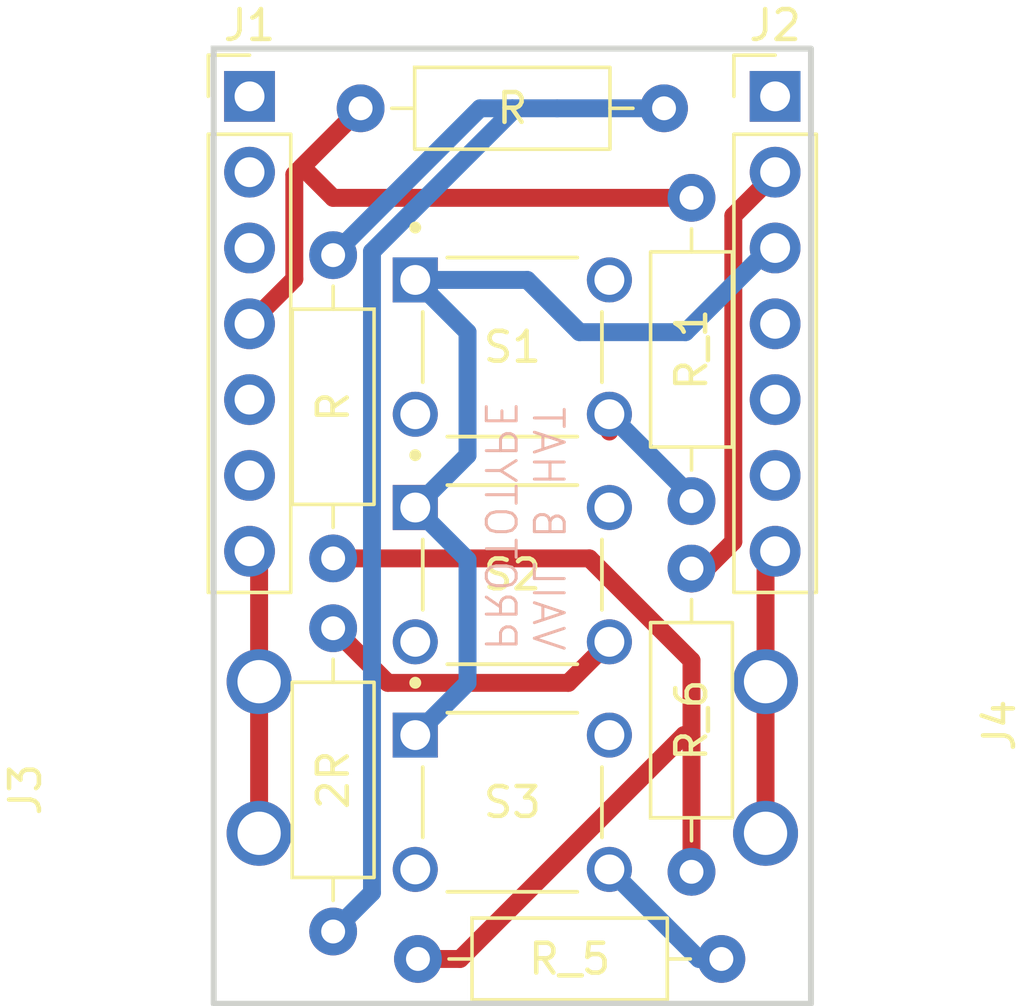
<source format=kicad_pcb>
(kicad_pcb (version 20241229) (generator "pcbnew") (generator_version "9.0")
  (layers (0 "F.Cu" signal) (2 "B.Cu" signal) (13 "F.Paste" user) (15 "B.Paste" user) (5 "F.SilkS" user "F.Silkscreen") (7 "B.SilkS" user "B.Silkscreen") (1 "F.Mask" user) (3 "B.Mask" user) (25 "Edge.Cuts" user))
  (net 0 "")
  (net 2 "Net-(J1-Pin_4)")
  (net 4 "unconnected-(J1-Pin_5-Pad5)")
  (net 5 "Net-(J1-Pin_7)")
  (net 11 "Net-(J2-Pin_3)")
  (net 12 "Net-(J2-Pin_2)")
  (net 14 "Net-(J2-Pin_7)")
  (net 21 "Net-(R_1-Pad2)")
  (net 22 "Net-(R_2-Pad2)")
  (net 23 "Net-(R_3-Pad2)")
  (net 24 "Net-(R_4-Pad2)")
  (net 25 "Net-(R_5-Pad2)")
  (footprint "Connector_PinHeader_2.54mm:PinHeader_1x07_P2.54mm_Vertical" (layer "F.Cu") (at 121.7 63.1)
    (property "Reference" "J1" (at 0 -2.38 0) (layer "F.SilkS"))
    (property "Value" "Conn_01x07" (hide yes))
    (fp_line (start -1.38 -1.38) (end 0 -1.38) (stroke (width 0.12)) (layer "F.SilkS"))
    (fp_line (start -1.38 0) (end -1.38 -1.38) (stroke (width 0.12)) (layer "F.SilkS"))
    (fp_line (start -1.38 1.27) (end -1.38 16.62) (stroke (width 0.12)) (layer "F.SilkS"))
    (fp_line (start -1.38 1.27) (end 1.38 1.27) (stroke (width 0.12)) (layer "F.SilkS"))
    (fp_line (start -1.38 16.62) (end 1.38 16.62) (stroke (width 0.12)) (layer "F.SilkS"))
    (fp_line (start 1.38 1.27) (end 1.38 16.62) (stroke (width 0.12)) (layer "F.SilkS"))
    (pad "1" thru_hole rect (at 0 0) (size 1.7 1.7) (drill 1) (layers "*.Cu" "*.Mask"))
    (pad "2" thru_hole circle (at 0 2.54) (size 1.7 1.7) (drill 1) (layers "*.Cu" "*.Mask"))
    (pad "3" thru_hole circle (at 0 5.08) (size 1.7 1.7) (drill 1) (layers "*.Cu" "*.Mask"))
    (pad "4" thru_hole circle (at 0 7.62) (size 1.7 1.7) (drill 1) (layers "*.Cu" "*.Mask") (net 2 "Net-(J1-Pin_4)"))
    (pad "5" thru_hole circle (at 0 10.16) (size 1.7 1.7) (drill 1) (layers "*.Cu" "*.Mask") (net 4 "unconnected-(J1-Pin_5-Pad5)"))
    (pad "6" thru_hole circle (at 0 12.7) (size 1.7 1.7) (drill 1) (layers "*.Cu" "*.Mask"))
    (pad "7" thru_hole circle (at 0 15.24) (size 1.7 1.7) (drill 1) (layers "*.Cu" "*.Mask") (net 5 "Net-(J1-Pin_7)"))
  )
  (footprint "Resistor_THT:R_Axial_DIN0207_L6.3mm_D2.5mm_P10.16mm_Horizontal" (layer "F.Cu") (at 127.34 92)
    (property "Reference" "R_5" (at 5.08 0 0) (layer "F.SilkS"))
    (property "Value" "2R" (hide yes))
    (fp_line (start 1.04 0) (end 1.81 0) (stroke (width 0.12)) (layer "F.SilkS"))
    (fp_line (start 9.12 0) (end 8.35 0) (stroke (width 0.12)) (layer "F.SilkS"))
    (fp_rect (start 1.81 -1.37) (end 8.35 1.37) (stroke (width 0.12)) (fill no) (layer "F.SilkS"))
    (pad "1" thru_hole circle (at 0 0) (size 1.6 1.6) (drill 0.8) (layers "*.Cu" "*.Mask") (net 24 "Net-(R_4-Pad2)"))
    (pad "2" thru_hole circle (at 10.16 0) (size 1.6 1.6) (drill 0.8) (layers "*.Cu" "*.Mask") (net 25 "Net-(R_5-Pad2)"))
  )
  (footprint "Resistor_THT:R_Axial_DIN0207_L6.3mm_D2.5mm_P10.16mm_Horizontal" (layer "F.Cu") (at 124.5 91.08 90)
    (property "Reference" "R_3" (hide yes))
    (property "Value" "2R" (at 5.08 0 90) (layer "F.SilkS"))
    (fp_line (start 9.12 0) (end 8.35 0) (stroke (width 0.12)) (layer "F.SilkS"))
    (fp_line (start 1.04 0) (end 1.81 0) (stroke (width 0.12)) (layer "F.SilkS"))
    (fp_rect (start 1.81 -1.37) (end 8.35 1.37) (stroke (width 0.12)) (fill no) (layer "F.SilkS"))
    (pad "1" thru_hole circle (at 0 0 90) (size 1.6 1.6) (drill 0.8) (layers "*.Cu" "*.Mask") (net 22 "Net-(R_2-Pad2)"))
    (pad "2" thru_hole circle (at 10.16 0 90) (size 1.6 1.6) (drill 0.8) (layers "*.Cu" "*.Mask") (net 23 "Net-(R_3-Pad2)"))
  )
  (footprint "7837:KEYSTONE_7837" (layer "F.Cu") (at 122.02085 85.25 90)
    (property "Reference" "J3" (at -1.075 -7.8286 90) (layer "F.SilkS"))
    (property "Value" "DIT CAP")
    (pad "1_1" thru_hole circle (at -2.54 0 90) (size 2.175 2.175) (drill 1.45) (layers "*.Cu" "*.Mask") (net 5 "Net-(J1-Pin_7)"))
    (pad "1_2" thru_hole circle (at 2.54 0 90) (size 2.175 2.175) (drill 1.45) (layers "*.Cu" "*.Mask") (net 5 "Net-(J1-Pin_7)"))
  )
  (footprint "Connector_PinHeader_2.54mm:PinHeader_1x07_P2.54mm_Vertical" (layer "F.Cu") (at 139.3 63.1)
    (property "Reference" "J2" (at 0 -2.38 0) (layer "F.SilkS"))
    (property "Value" "Conn_01x07" (hide yes))
    (fp_line (start -1.38 -1.38) (end 0 -1.38) (stroke (width 0.12)) (layer "F.SilkS"))
    (fp_line (start -1.38 0) (end -1.38 -1.38) (stroke (width 0.12)) (layer "F.SilkS"))
    (fp_line (start -1.38 1.27) (end -1.38 16.62) (stroke (width 0.12)) (layer "F.SilkS"))
    (fp_line (start -1.38 1.27) (end 1.38 1.27) (stroke (width 0.12)) (layer "F.SilkS"))
    (fp_line (start -1.38 16.62) (end 1.38 16.62) (stroke (width 0.12)) (layer "F.SilkS"))
    (fp_line (start 1.38 1.27) (end 1.38 16.62) (stroke (width 0.12)) (layer "F.SilkS"))
    (pad "1" thru_hole rect (at 0 0) (size 1.7 1.7) (drill 1) (layers "*.Cu" "*.Mask"))
    (pad "2" thru_hole circle (at 0 2.54) (size 1.7 1.7) (drill 1) (layers "*.Cu" "*.Mask") (net 12 "Net-(J2-Pin_2)"))
    (pad "3" thru_hole circle (at 0 5.08) (size 1.7 1.7) (drill 1) (layers "*.Cu" "*.Mask") (net 11 "Net-(J2-Pin_3)"))
    (pad "4" thru_hole circle (at 0 7.62) (size 1.7 1.7) (drill 1) (layers "*.Cu" "*.Mask"))
    (pad "5" thru_hole circle (at 0 10.16) (size 1.7 1.7) (drill 1) (layers "*.Cu" "*.Mask"))
    (pad "6" thru_hole circle (at 0 12.7) (size 1.7 1.7) (drill 1) (layers "*.Cu" "*.Mask"))
    (pad "7" thru_hole circle (at 0 15.24) (size 1.7 1.7) (drill 1) (layers "*.Cu" "*.Mask") (net 14 "Net-(J2-Pin_7)"))
  )
  (footprint "Resistor_THT:R_Axial_DIN0207_L6.3mm_D2.5mm_P10.16mm_Horizontal" (layer "F.Cu") (at 124.5 68.42 -90)
    (property "Reference" "R_4" (hide yes))
    (property "Value" "R" (at 5.08 0 90) (layer "F.SilkS"))
    (fp_line (start 1.04 0) (end 1.81 0) (stroke (width 0.12)) (layer "F.SilkS"))
    (fp_line (start 9.12 0) (end 8.35 0) (stroke (width 0.12)) (layer "F.SilkS"))
    (fp_rect (start 1.81 -1.37) (end 8.35 1.37) (stroke (width 0.12)) (fill no) (layer "F.SilkS"))
    (pad "1" thru_hole circle (at 0 0 270) (size 1.6 1.6) (drill 0.8) (layers "*.Cu" "*.Mask") (net 22 "Net-(R_2-Pad2)"))
    (pad "2" thru_hole circle (at 10.16 0 270) (size 1.6 1.6) (drill 0.8) (layers "*.Cu" "*.Mask") (net 24 "Net-(R_4-Pad2)"))
  )
  (footprint "TS02-66-120-BK-100-LCR-D:SW_TS02-66-120-BK-100-LCR-D" (layer "F.Cu") (at 130.5 79.125)
    (property "Reference" "S2" (at 0 0 0) (layer "F.SilkS"))
    (property "Value" "TS02-66-120-BK-100-LCR-D" (hide yes))
    (fp_line (start -3 -1.176) (end -3 1.176) (stroke (width 0.127)) (layer "F.SilkS"))
    (fp_line (start -2.176 -3) (end 2.176 -3) (stroke (width 0.127)) (layer "F.SilkS"))
    (fp_line (start -2.176 3) (end 2.176 3) (stroke (width 0.127)) (layer "F.SilkS"))
    (fp_line (start 3 -1.176) (end 3 1.176) (stroke (width 0.127)) (layer "F.SilkS"))
    (fp_circle (center -3.25 -4.004) (end -3.15 -4.004) (stroke (width 0.2)) (fill no) (layer "F.SilkS"))
    (pad "1" thru_hole rect (at -3.25 -2.25) (size 1.508 1.508) (drill 1) (layers "*.Cu" "*.Mask") (net 11 "Net-(J2-Pin_3)"))
    (pad "2" thru_hole circle (at 3.25 -2.25) (size 1.508 1.508) (drill 1) (layers "*.Cu" "*.Mask"))
    (pad "3" thru_hole circle (at -3.25 2.25) (size 1.508 1.508) (drill 1) (layers "*.Cu" "*.Mask"))
    (pad "4" thru_hole circle (at 3.25 2.25) (size 1.508 1.508) (drill 1) (layers "*.Cu" "*.Mask") (net 23 "Net-(R_3-Pad2)"))
  )
  (footprint "7837:KEYSTONE_7837" (layer "F.Cu") (at 138.97915 85.25 -90)
    (property "Reference" "J4" (at -1.075 -7.8286 90) (layer "F.SilkS"))
    (property "Value" "DAH CAP")
    (pad "1_1" thru_hole circle (at -2.54 0 270) (size 2.175 2.175) (drill 1.45) (layers "*.Cu" "*.Mask") (net 14 "Net-(J2-Pin_7)"))
    (pad "1_2" thru_hole circle (at 2.54 0 270) (size 2.175 2.175) (drill 1.45) (layers "*.Cu" "*.Mask") (net 14 "Net-(J2-Pin_7)"))
  )
  (footprint "TS02-66-120-BK-100-LCR-D:SW_TS02-66-120-BK-100-LCR-D" (layer "F.Cu") (at 130.5 71.5)
    (property "Reference" "S1" (at 0 0 0) (layer "F.SilkS"))
    (property "Value" "TS02-66-120-BK-100-LCR-D" (hide yes))
    (fp_line (start -3 -1.176) (end -3 1.176) (stroke (width 0.127)) (layer "F.SilkS"))
    (fp_line (start -2.176 -3) (end 2.176 -3) (stroke (width 0.127)) (layer "F.SilkS"))
    (fp_line (start -2.176 3) (end 2.176 3) (stroke (width 0.127)) (layer "F.SilkS"))
    (fp_line (start 3 -1.176) (end 3 1.176) (stroke (width 0.127)) (layer "F.SilkS"))
    (fp_circle (center -3.25 -4.004) (end -3.15 -4.004) (stroke (width 0.2)) (fill no) (layer "F.SilkS"))
    (pad "1" thru_hole rect (at -3.25 -2.25) (size 1.508 1.508) (drill 1) (layers "*.Cu" "*.Mask") (net 11 "Net-(J2-Pin_3)"))
    (pad "2" thru_hole circle (at 3.25 -2.25) (size 1.508 1.508) (drill 1) (layers "*.Cu" "*.Mask"))
    (pad "3" thru_hole circle (at -3.25 2.25) (size 1.508 1.508) (drill 1) (layers "*.Cu" "*.Mask"))
    (pad "4" thru_hole circle (at 3.25 2.25) (size 1.508 1.508) (drill 1) (layers "*.Cu" "*.Mask") (net 21 "Net-(R_1-Pad2)"))
  )
  (footprint "Resistor_THT:R_Axial_DIN0207_L6.3mm_D2.5mm_P10.16mm_Horizontal" (layer "F.Cu") (at 125.42 63.5)
    (property "Reference" "R_2" (hide yes))
    (property "Value" "R" (at 5.08 0 0) (layer "F.SilkS"))
    (fp_line (start 1.04 0) (end 1.81 0) (stroke (width 0.12)) (layer "F.SilkS"))
    (fp_line (start 9.12 0) (end 8.35 0) (stroke (width 0.12)) (layer "F.SilkS"))
    (fp_rect (start 1.81 -1.37) (end 8.35 1.37) (stroke (width 0.12)) (fill no) (layer "F.SilkS"))
    (pad "1" thru_hole circle (at 0 0) (size 1.6 1.6) (drill 0.8) (layers "*.Cu" "*.Mask") (net 2 "Net-(J1-Pin_4)"))
    (pad "2" thru_hole circle (at 10.16 0) (size 1.6 1.6) (drill 0.8) (layers "*.Cu" "*.Mask") (net 22 "Net-(R_2-Pad2)"))
  )
  (footprint "Resistor_THT:R_Axial_DIN0207_L6.3mm_D2.5mm_P10.16mm_Horizontal" (layer "F.Cu") (at 136.5 89.08 90)
    (property "Reference" "R_6" (at 5.08 0 90) (layer "F.SilkS"))
    (property "Value" "2R" (hide yes))
    (fp_line (start 9.12 0) (end 8.35 0) (stroke (width 0.12)) (layer "F.SilkS"))
    (fp_line (start 1.04 0) (end 1.81 0) (stroke (width 0.12)) (layer "F.SilkS"))
    (fp_rect (start 1.81 -1.37) (end 8.35 1.37) (stroke (width 0.12)) (fill no) (layer "F.SilkS"))
    (pad "1" thru_hole circle (at 0 0 90) (size 1.6 1.6) (drill 0.8) (layers "*.Cu" "*.Mask") (net 24 "Net-(R_4-Pad2)"))
    (pad "2" thru_hole circle (at 10.16 0 90) (size 1.6 1.6) (drill 0.8) (layers "*.Cu" "*.Mask") (net 12 "Net-(J2-Pin_2)"))
  )
  (footprint "TS02-66-120-BK-100-LCR-D:SW_TS02-66-120-BK-100-LCR-D" (layer "F.Cu") (at 130.5 86.75)
    (property "Reference" "S3" (at 0 0 0) (layer "F.SilkS"))
    (property "Value" "TS02-66-120-BK-100-LCR-D" (hide yes))
    (fp_line (start -3 -1.176) (end -3 1.176) (stroke (width 0.127)) (layer "F.SilkS"))
    (fp_line (start -2.176 -3) (end 2.176 -3) (stroke (width 0.127)) (layer "F.SilkS"))
    (fp_line (start -2.176 3) (end 2.176 3) (stroke (width 0.127)) (layer "F.SilkS"))
    (fp_line (start 3 -1.176) (end 3 1.176) (stroke (width 0.127)) (layer "F.SilkS"))
    (fp_circle (center -3.25 -4.004) (end -3.15 -4.004) (stroke (width 0.2)) (fill no) (layer "F.SilkS"))
    (pad "1" thru_hole rect (at -3.25 -2.25) (size 1.508 1.508) (drill 1) (layers "*.Cu" "*.Mask") (net 11 "Net-(J2-Pin_3)"))
    (pad "2" thru_hole circle (at 3.25 -2.25) (size 1.508 1.508) (drill 1) (layers "*.Cu" "*.Mask"))
    (pad "3" thru_hole circle (at -3.25 2.25) (size 1.508 1.508) (drill 1) (layers "*.Cu" "*.Mask"))
    (pad "4" thru_hole circle (at 3.25 2.25) (size 1.508 1.508) (drill 1) (layers "*.Cu" "*.Mask") (net 25 "Net-(R_5-Pad2)"))
  )
  (footprint "Resistor_THT:R_Axial_DIN0207_L6.3mm_D2.5mm_P10.16mm_Horizontal" (layer "F.Cu") (at 136.5 66.5 -90)
    (property "Reference" "R_1" (at 5.08 0 90) (layer "F.SilkS"))
    (property "Value" "2R" (hide yes))
    (fp_line (start 1.04 0) (end 1.81 0) (stroke (width 0.12)) (layer "F.SilkS"))
    (fp_line (start 9.12 0) (end 8.35 0) (stroke (width 0.12)) (layer "F.SilkS"))
    (fp_rect (start 1.81 -1.37) (end 8.35 1.37) (stroke (width 0.12)) (fill no) (layer "F.SilkS"))
    (pad "1" thru_hole circle (at 0 0 270) (size 1.6 1.6) (drill 0.8) (layers "*.Cu" "*.Mask") (net 2 "Net-(J1-Pin_4)"))
    (pad "2" thru_hole circle (at 10.16 0 270) (size 1.6 1.6) (drill 0.8) (layers "*.Cu" "*.Mask") (net 21 "Net-(R_1-Pad2)"))
  )
  (gr_rect (start 120.5 61.5) (end 140.5 93.5) (stroke (width 0.2)) (fill no) (layer "Edge.Cuts"))
  (gr_text "VAIL B HAT\nPROTOTYPE" (at 129.5 81.75 270) (layer "B.SilkS") (effects (font (size 1 1) (thickness 0.1)) (justify left bottom mirror)))
  (segment (start 136.08 66.5) (end 124.5 66.5) (width 0.6) (layer "F.Cu") (net 2))
  (segment (start 136.5 66.92) (end 136.08 66.5) (width 0.6) (layer "F.Cu") (net 2))
  (segment (start 123.2 65.72) (end 125.42 63.5) (width 0.6) (layer "F.Cu") (net 2))
  (segment (start 123.46 65.46) (end 125.42 63.5) (width 0.6) (layer "F.Cu") (net 2))
  (segment (start 123.2 65.72) (end 123.2 69.22) (width 0.6) (layer "F.Cu") (net 2))
  (segment (start 123.2 69.22) (end 121.7 70.72) (width 0.6) (layer "F.Cu") (net 2))
  (segment (start 124.5 66.5) (end 123.46 65.46) (width 0.6) (layer "F.Cu") (net 2))
  (segment (start 121.5 73.16) (end 121.94 73.16) (width 0.6) (layer "F.Cu") (net 4))
  (segment (start 122.02085 78.66085) (end 121.7 78.34) (width 0.6) (layer "F.Cu") (net 5))
  (segment (start 122.02085 87.79) (end 122.02085 82.71) (width 0.6) (layer "F.Cu") (net 5))
  (segment (start 122.02085 82.71) (end 122.02085 78.66085) (width 0.6) (layer "F.Cu") (net 5))
  (segment (start 129 75.125) (end 127.25 76.875) (width 0.6) (layer "B.Cu") (net 11))
  (segment (start 127.25 69.25) (end 129 71) (width 0.6) (layer "B.Cu") (net 11))
  (segment (start 136.3 71) (end 132.75 71) (width 0.6) (layer "B.Cu") (net 11))
  (segment (start 131 69.25) (end 127.25 69.25) (width 0.6) (layer "B.Cu") (net 11))
  (segment (start 139.26 68.04) (end 136.3 71) (width 0.6) (layer "B.Cu") (net 11))
  (segment (start 132.75 71) (end 131 69.25) (width 0.6) (layer "B.Cu") (net 11))
  (segment (start 129 71) (end 129 75.125) (width 0.6) (layer "B.Cu") (net 11))
  (segment (start 129 78.625) (end 129 82.75) (width 0.6) (layer "B.Cu") (net 11))
  (segment (start 139.5 68.04) (end 139.26 68.04) (width 0.6) (layer "B.Cu") (net 11))
  (segment (start 127.25 76.875) (end 129 78.625) (width 0.6) (layer "B.Cu") (net 11))
  (segment (start 129 82.75) (end 127.25 84.5) (width 0.6) (layer "B.Cu") (net 11))
  (segment (start 137.9 78.02) (end 137.9 67.1) (width 0.6) (layer "F.Cu") (net 12))
  (segment (start 137.9 67.1) (end 139.5 65.5) (width 0.6) (layer "F.Cu") (net 12))
  (segment (start 139.04 66) (end 139.5 65.54) (width 0.6) (layer "F.Cu") (net 12))
  (segment (start 136.5 79.42) (end 137.9 78.02) (width 0.6) (layer "F.Cu") (net 12))
  (segment (start 138.97915 87.79) (end 138.97915 82.71) (width 0.6) (layer "F.Cu") (net 14))
  (segment (start 138.97915 82.71) (end 138.97915 78.66085) (width 0.6) (layer "F.Cu") (net 14))
  (segment (start 138.97915 78.66085) (end 139.3 78.34) (width 0.6) (layer "F.Cu") (net 14))
  (segment (start 133.75 74.33) (end 133.75 73.75) (width 0.6) (layer "F.Cu") (net 21))
  (segment (start 136.5 76.66) (end 136.5 76.5) (width 0.6) (layer "B.Cu") (net 21))
  (segment (start 136.5 76.5) (end 133.75 73.75) (width 0.6) (layer "B.Cu") (net 21))
  (segment (start 125.8 89.78) (end 125.8 68.3) (width 0.6) (layer "B.Cu") (net 22))
  (segment (start 129.42 63.5) (end 124.5 68.42) (width 0.6) (layer "B.Cu") (net 22))
  (segment (start 125.8 68.3) (end 130.5 63.6) (width 0.6) (layer "B.Cu") (net 22))
  (segment (start 130.5 63.6) (end 130.5 63.5) (width 0.6) (layer "B.Cu") (net 22))
  (segment (start 135.58 63.5) (end 132 63.5) (width 0.6) (layer "B.Cu") (net 22))
  (segment (start 124.5 91.08) (end 125.8 89.78) (width 0.6) (layer "B.Cu") (net 22))
  (segment (start 132 63.5) (end 130.5 63.5) (width 0.6) (layer "B.Cu") (net 22))
  (segment (start 130.5 63.5) (end 129.42 63.5) (width 0.6) (layer "B.Cu") (net 22))
  (segment (start 126.33 82.75) (end 124.5 80.92) (width 0.6) (layer "F.Cu") (net 23))
  (segment (start 132.375 82.75) (end 126.33 82.75) (width 0.6) (layer "F.Cu") (net 23))
  (segment (start 133.75 81.375) (end 132.375 82.75) (width 0.6) (layer "F.Cu") (net 23))
  (segment (start 133.08 78.58) (end 136.5 82) (width 0.6) (layer "F.Cu") (net 24))
  (segment (start 127.34 92) (end 128.75 92) (width 0.6) (layer "F.Cu") (net 24))
  (segment (start 136.5 82) (end 136.5 84.5) (width 0.6) (layer "F.Cu") (net 24))
  (segment (start 124.5 78.58) (end 133.08 78.58) (width 0.6) (layer "F.Cu") (net 24))
  (segment (start 128.75 92) (end 136.25 84.5) (width 0.6) (layer "F.Cu") (net 24))
  (segment (start 136.5 84.5) (end 136.5 89.58) (width 0.6) (layer "F.Cu") (net 24))
  (segment (start 136.25 84.5) (end 136.5 84.5) (width 0.6) (layer "F.Cu") (net 24))
  (segment (start 137.5 92) (end 136.75 92) (width 0.6) (layer "B.Cu") (net 25))
  (segment (start 136.75 92) (end 133.75 89) (width 0.6) (layer "B.Cu") (net 25))
)
</source>
